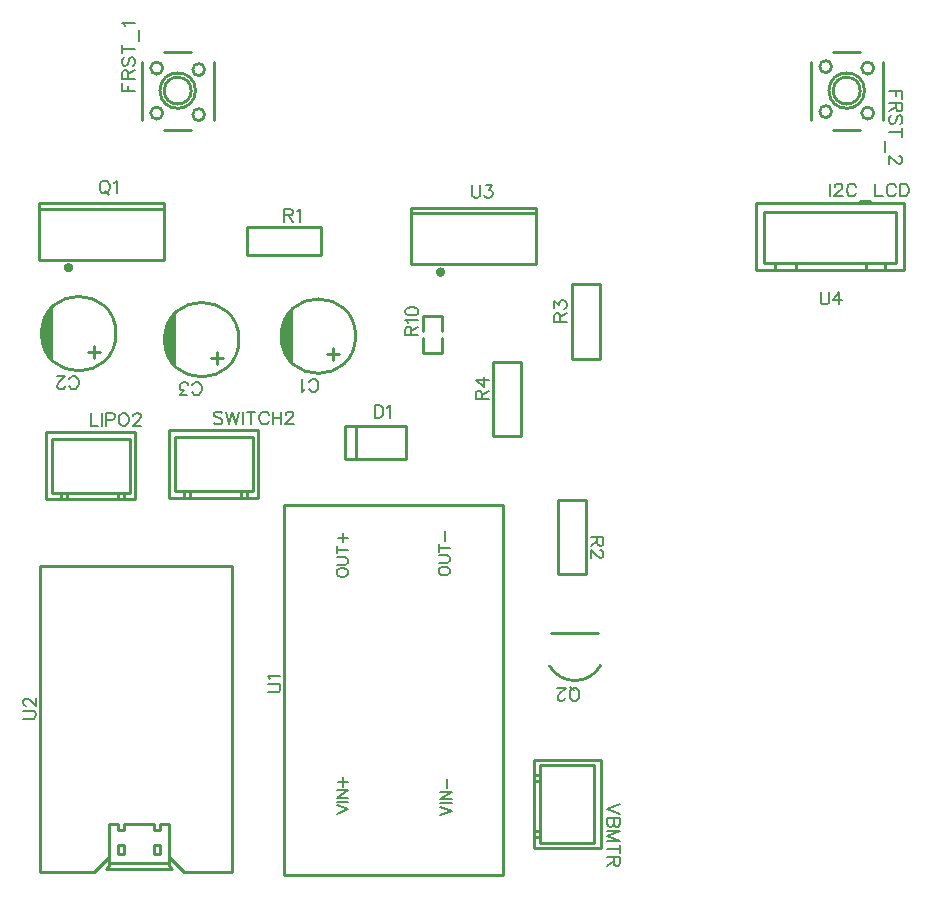
<source format=gto>
G04 Layer: TopSilkLayer*
G04 EasyEDA v6.4.7, 2021-02-21T20:01:47+05:30*
G04 e3d0b1098bfb4b77ab9dba27c3ae41cd,c102caab13844b3dbbbf78dac792161f,10*
G04 Gerber Generator version 0.2*
G04 Scale: 100 percent, Rotated: No, Reflected: No *
G04 Dimensions in inches *
G04 leading zeros omitted , absolute positions ,2 integer and 4 decimal *
%FSLAX24Y24*%
%MOIN*%
G90*
D02*

%ADD10C,0.010000*%
%ADD23C,0.015748*%
%ADD24C,0.006000*%
%ADD25C,0.008000*%

%LPD*%
G54D10*
G01X9800Y1100D02*
G01X9800Y13450D01*
G01X17100Y13450D01*
G01X17100Y1100D01*
G01X9800Y1100D01*
G01X25539Y23518D02*
G01X30460Y23518D01*
G01X30460Y23518D02*
G01X30460Y21274D01*
G01X30460Y21274D02*
G01X25539Y21274D01*
G01X25539Y21274D02*
G01X25539Y23518D01*
G01X25800Y23200D02*
G01X25800Y21500D01*
G01X30200Y21500D01*
G01X30200Y23200D01*
G01X25800Y23200D01*
G01X26168Y21500D02*
G01X26168Y21274D01*
G01X26848Y21500D02*
G01X26848Y21274D01*
G01X29178Y21500D02*
G01X29178Y21274D01*
G01X29818Y21500D02*
G01X29818Y21274D01*
G01X18709Y9155D02*
G01X20268Y9155D01*
G01X5973Y15921D02*
G01X8926Y15921D01*
G01X8926Y15921D02*
G01X8926Y13678D01*
G01X8926Y13678D02*
G01X5973Y13678D01*
G01X5973Y13678D02*
G01X5973Y15921D01*
G01X6150Y15700D02*
G01X6150Y13900D01*
G01X8750Y13900D01*
G01X8750Y15700D01*
G01X6150Y15700D01*
G01X6475Y13900D02*
G01X6475Y13678D01*
G01X6664Y13900D02*
G01X6664Y13678D01*
G01X8344Y13900D02*
G01X8344Y13678D01*
G01X8550Y13900D02*
G01X8550Y13678D01*
G01X1873Y15871D02*
G01X4826Y15871D01*
G01X4826Y15871D02*
G01X4826Y13628D01*
G01X4826Y13628D02*
G01X1873Y13628D01*
G01X1873Y13628D02*
G01X1873Y15871D01*
G01X2050Y15650D02*
G01X2050Y13850D01*
G01X4650Y13850D01*
G01X4650Y15650D01*
G01X2050Y15650D01*
G01X2375Y13850D02*
G01X2375Y13628D01*
G01X2564Y13850D02*
G01X2564Y13628D01*
G01X4244Y13850D02*
G01X4244Y13628D01*
G01X4450Y13850D02*
G01X4450Y13628D01*
G01X20361Y4941D02*
G01X20361Y1988D01*
G01X20361Y1988D02*
G01X18117Y1988D01*
G01X18117Y1988D02*
G01X18117Y4941D01*
G01X18117Y4941D02*
G01X20361Y4941D01*
G01X20139Y4764D02*
G01X18339Y4764D01*
G01X18339Y2164D01*
G01X20139Y2164D01*
G01X20139Y4764D01*
G01X18339Y4439D02*
G01X18117Y4439D01*
G01X18339Y4249D02*
G01X18117Y4249D01*
G01X18339Y2569D02*
G01X18117Y2569D01*
G01X18339Y2364D02*
G01X18117Y2364D01*
G01X5808Y28550D02*
G01X6691Y28550D01*
G01X5050Y26285D02*
G01X5050Y28214D01*
G01X5808Y25950D02*
G01X6691Y25950D01*
G01X7450Y26285D02*
G01X7450Y28214D01*
G01X28991Y25950D02*
G01X28108Y25950D01*
G01X29750Y28214D02*
G01X29750Y26285D01*
G01X28991Y28550D02*
G01X28108Y28550D01*
G01X27350Y28214D02*
G01X27350Y26285D01*
G01X18186Y23155D02*
G01X14013Y23155D01*
G01X14013Y23352D02*
G01X18186Y23352D01*
G01X18186Y21463D01*
G01X14013Y21463D01*
G01X14013Y23350D01*
G01X14013Y23352D01*
G01X14424Y18504D02*
G01X15054Y18504D01*
G01X15052Y19233D02*
G01X15052Y19725D01*
G01X14422Y19233D02*
G01X14422Y19725D01*
G01X15054Y18996D02*
G01X15054Y18504D01*
G01X14424Y18996D02*
G01X14424Y18504D01*
G01X14422Y19725D02*
G01X15052Y19725D01*
G01X5786Y23305D02*
G01X1613Y23305D01*
G01X1613Y23502D02*
G01X5786Y23502D01*
G01X5786Y21613D01*
G01X1613Y21613D01*
G01X1613Y23500D01*
G01X1613Y23502D01*
G01X8560Y21780D02*
G01X8560Y22719D01*
G01X8560Y22719D02*
G01X11039Y22719D01*
G01X11039Y22719D02*
G01X11039Y21780D01*
G01X11039Y21780D02*
G01X8560Y21780D01*
G01X18919Y13604D02*
G01X19859Y13604D01*
G01X19859Y13604D02*
G01X19859Y11124D01*
G01X19859Y11124D02*
G01X18919Y11124D01*
G01X18919Y11124D02*
G01X18919Y13604D01*
G01X17709Y15724D02*
G01X16769Y15724D01*
G01X16769Y15724D02*
G01X16769Y18204D01*
G01X16769Y18204D02*
G01X17709Y18204D01*
G01X17709Y18204D02*
G01X17709Y15724D01*
G01X20319Y18309D02*
G01X19380Y18309D01*
G01X19380Y18309D02*
G01X19380Y20790D01*
G01X19380Y20790D02*
G01X20319Y20790D01*
G01X20319Y20790D02*
G01X20319Y18309D01*
G01X11815Y16066D02*
G01X13862Y16066D01*
G01X13862Y16066D02*
G01X13862Y14963D01*
G01X11815Y14963D02*
G01X13862Y14963D01*
G01X11815Y16066D02*
G01X11815Y14963D01*
G01X12193Y16066D02*
G01X12193Y14963D01*
G01X3650Y18550D02*
G01X3250Y18550D01*
G01X3450Y18350D02*
G01X3450Y18750D01*
G01X7750Y18350D02*
G01X7350Y18350D01*
G01X7550Y18150D02*
G01X7550Y18550D01*
G01X11639Y18464D02*
G01X11239Y18464D01*
G01X11439Y18264D02*
G01X11439Y18664D01*
G01X1750Y11400D02*
G01X8050Y11400D01*
G01X8050Y1200D01*
G01X8050Y1300D01*
G01X1650Y11400D02*
G01X1650Y11400D01*
G01X1650Y1200D01*
G01X3450Y1200D01*
G01X3950Y1700D01*
G01X3950Y1400D01*
G01X3850Y1300D01*
G01X6050Y1300D01*
G01X5950Y1400D01*
G01X5950Y1700D01*
G01X6450Y1200D01*
G01X8050Y1200D01*
G01X8050Y11400D01*
G01X1650Y11400D01*
G01X3450Y1200D02*
G01X3950Y1700D01*
G01X3950Y1500D01*
G01X5950Y1500D01*
G01X5950Y1700D02*
G01X6450Y1200D01*
G01X3950Y1700D02*
G01X3950Y2800D01*
G01X4250Y2800D01*
G01X4250Y2600D01*
G01X4450Y2600D01*
G01X4450Y2800D01*
G01X5450Y2800D01*
G01X5450Y2600D01*
G01X5650Y2600D01*
G01X5650Y2800D01*
G01X5950Y2800D01*
G01X5950Y1400D01*
G01X6050Y1300D01*
G01X3850Y1300D01*
G01X3950Y1400D01*
G01X3950Y2800D01*
G01X4250Y1800D02*
G01X4250Y2100D01*
G01X4450Y2100D01*
G01X4450Y1800D01*
G01X4250Y1800D01*
G01X5450Y2100D02*
G01X5450Y1800D01*
G01X5650Y1800D01*
G01X5650Y2100D01*
G01X5450Y2100D01*
G54D24*
G01X9246Y7200D02*
G01X9552Y7200D01*
G01X9614Y7219D01*
G01X9655Y7260D01*
G01X9675Y7322D01*
G01X9675Y7364D01*
G01X9655Y7425D01*
G01X9614Y7465D01*
G01X9552Y7485D01*
G01X9246Y7485D01*
G01X9327Y7621D02*
G01X9306Y7661D01*
G01X9246Y7723D01*
G01X9675Y7723D01*
G54D25*
G01X11552Y3150D02*
G01X11928Y3293D01*
G01X11552Y3435D02*
G01X11928Y3293D01*
G01X11552Y3553D02*
G01X11928Y3553D01*
G01X11552Y3672D02*
G01X11928Y3672D01*
G01X11552Y3672D02*
G01X11928Y3922D01*
G01X11552Y3922D02*
G01X11928Y3922D01*
G01X11606Y4202D02*
G01X11928Y4202D01*
G01X11767Y4040D02*
G01X11767Y4363D01*
G01X15002Y3100D02*
G01X15378Y3243D01*
G01X15002Y3385D02*
G01X15378Y3243D01*
G01X15002Y3503D02*
G01X15378Y3503D01*
G01X15002Y3622D02*
G01X15378Y3622D01*
G01X15002Y3622D02*
G01X15378Y3872D01*
G01X15002Y3872D02*
G01X15378Y3872D01*
G01X15217Y3990D02*
G01X15217Y4313D01*
G01X11552Y11156D02*
G01X11571Y11122D01*
G01X11606Y11085D01*
G01X11642Y11068D01*
G01X11696Y11050D01*
G01X11785Y11050D01*
G01X11839Y11068D01*
G01X11875Y11085D01*
G01X11910Y11122D01*
G01X11928Y11156D01*
G01X11928Y11228D01*
G01X11910Y11264D01*
G01X11875Y11301D01*
G01X11839Y11318D01*
G01X11785Y11335D01*
G01X11696Y11335D01*
G01X11642Y11318D01*
G01X11606Y11301D01*
G01X11571Y11264D01*
G01X11552Y11228D01*
G01X11552Y11156D01*
G01X11552Y11453D02*
G01X11821Y11453D01*
G01X11875Y11472D01*
G01X11910Y11507D01*
G01X11928Y11561D01*
G01X11928Y11597D01*
G01X11910Y11651D01*
G01X11875Y11686D01*
G01X11821Y11705D01*
G01X11552Y11705D01*
G01X11552Y11947D02*
G01X11928Y11947D01*
G01X11552Y11822D02*
G01X11552Y12073D01*
G01X11606Y12353D02*
G01X11928Y12353D01*
G01X11767Y12192D02*
G01X11767Y12513D01*
G01X14952Y11206D02*
G01X14971Y11172D01*
G01X15006Y11135D01*
G01X15042Y11118D01*
G01X15096Y11100D01*
G01X15185Y11100D01*
G01X15239Y11118D01*
G01X15275Y11135D01*
G01X15310Y11172D01*
G01X15328Y11206D01*
G01X15328Y11278D01*
G01X15310Y11314D01*
G01X15275Y11351D01*
G01X15239Y11368D01*
G01X15185Y11385D01*
G01X15096Y11385D01*
G01X15042Y11368D01*
G01X15006Y11351D01*
G01X14971Y11314D01*
G01X14952Y11278D01*
G01X14952Y11206D01*
G01X14952Y11503D02*
G01X15221Y11503D01*
G01X15275Y11522D01*
G01X15310Y11557D01*
G01X15328Y11611D01*
G01X15328Y11647D01*
G01X15310Y11701D01*
G01X15275Y11736D01*
G01X15221Y11755D01*
G01X14952Y11755D01*
G01X14952Y11997D02*
G01X15328Y11997D01*
G01X14952Y11872D02*
G01X14952Y12123D01*
G01X15167Y12242D02*
G01X15167Y12563D01*
G54D24*
G01X28000Y24150D02*
G01X28000Y23721D01*
G01X28155Y24048D02*
G01X28155Y24068D01*
G01X28176Y24109D01*
G01X28196Y24130D01*
G01X28236Y24150D01*
G01X28318Y24150D01*
G01X28360Y24130D01*
G01X28380Y24109D01*
G01X28401Y24068D01*
G01X28401Y24027D01*
G01X28380Y23986D01*
G01X28339Y23925D01*
G01X28135Y23721D01*
G01X28421Y23721D01*
G01X28863Y24048D02*
G01X28843Y24089D01*
G01X28802Y24130D01*
G01X28760Y24150D01*
G01X28678Y24150D01*
G01X28638Y24130D01*
G01X28597Y24089D01*
G01X28577Y24048D01*
G01X28556Y23986D01*
G01X28556Y23884D01*
G01X28577Y23823D01*
G01X28597Y23782D01*
G01X28638Y23741D01*
G01X28678Y23721D01*
G01X28760Y23721D01*
G01X28802Y23741D01*
G01X28843Y23782D01*
G01X28863Y23823D01*
G01X28997Y23577D02*
G01X29365Y23577D01*
G01X29501Y24150D02*
G01X29501Y23721D01*
G01X29501Y23721D02*
G01X29747Y23721D01*
G01X30189Y24048D02*
G01X30168Y24089D01*
G01X30127Y24130D01*
G01X30085Y24150D01*
G01X30005Y24150D01*
G01X29964Y24130D01*
G01X29922Y24089D01*
G01X29902Y24048D01*
G01X29881Y23986D01*
G01X29881Y23884D01*
G01X29902Y23823D01*
G01X29922Y23782D01*
G01X29964Y23741D01*
G01X30005Y23721D01*
G01X30085Y23721D01*
G01X30127Y23741D01*
G01X30168Y23782D01*
G01X30189Y23823D01*
G01X30323Y24150D02*
G01X30323Y23721D01*
G01X30323Y24150D02*
G01X30467Y24150D01*
G01X30527Y24130D01*
G01X30568Y24089D01*
G01X30589Y24048D01*
G01X30610Y23986D01*
G01X30610Y23884D01*
G01X30589Y23823D01*
G01X30568Y23782D01*
G01X30527Y23741D01*
G01X30467Y23721D01*
G01X30323Y23721D01*
G01X19516Y6910D02*
G01X19557Y6930D01*
G01X19598Y6971D01*
G01X19619Y7012D01*
G01X19639Y7074D01*
G01X19639Y7176D01*
G01X19619Y7237D01*
G01X19598Y7278D01*
G01X19557Y7319D01*
G01X19516Y7339D01*
G01X19434Y7339D01*
G01X19394Y7319D01*
G01X19353Y7278D01*
G01X19332Y7237D01*
G01X19312Y7176D01*
G01X19312Y7074D01*
G01X19332Y7012D01*
G01X19353Y6971D01*
G01X19394Y6930D01*
G01X19434Y6910D01*
G01X19516Y6910D01*
G01X19455Y7258D02*
G01X19332Y7380D01*
G01X19156Y7012D02*
G01X19156Y6992D01*
G01X19136Y6951D01*
G01X19115Y6930D01*
G01X19074Y6910D01*
G01X18993Y6910D01*
G01X18952Y6930D01*
G01X18931Y6951D01*
G01X18911Y6992D01*
G01X18911Y7033D01*
G01X18931Y7074D01*
G01X18972Y7135D01*
G01X19177Y7339D01*
G01X18890Y7339D01*
G01X7735Y16492D02*
G01X7694Y16534D01*
G01X7634Y16553D01*
G01X7552Y16553D01*
G01X7490Y16534D01*
G01X7450Y16492D01*
G01X7450Y16452D01*
G01X7469Y16411D01*
G01X7490Y16390D01*
G01X7531Y16369D01*
G01X7655Y16328D01*
G01X7694Y16309D01*
G01X7715Y16288D01*
G01X7735Y16246D01*
G01X7735Y16186D01*
G01X7694Y16144D01*
G01X7634Y16125D01*
G01X7552Y16125D01*
G01X7490Y16144D01*
G01X7450Y16186D01*
G01X7871Y16553D02*
G01X7973Y16125D01*
G01X8076Y16553D02*
G01X7973Y16125D01*
G01X8076Y16553D02*
G01X8177Y16125D01*
G01X8280Y16553D02*
G01X8177Y16125D01*
G01X8414Y16553D02*
G01X8414Y16125D01*
G01X8693Y16553D02*
G01X8693Y16125D01*
G01X8550Y16553D02*
G01X8836Y16553D01*
G01X9278Y16452D02*
G01X9257Y16492D01*
G01X9217Y16534D01*
G01X9176Y16553D01*
G01X9094Y16553D01*
G01X9053Y16534D01*
G01X9013Y16492D01*
G01X8992Y16452D01*
G01X8972Y16390D01*
G01X8972Y16288D01*
G01X8992Y16226D01*
G01X9013Y16186D01*
G01X9053Y16144D01*
G01X9094Y16125D01*
G01X9176Y16125D01*
G01X9217Y16144D01*
G01X9257Y16186D01*
G01X9278Y16226D01*
G01X9414Y16553D02*
G01X9414Y16125D01*
G01X9700Y16553D02*
G01X9700Y16125D01*
G01X9414Y16350D02*
G01X9700Y16350D01*
G01X9855Y16452D02*
G01X9855Y16471D01*
G01X9876Y16513D01*
G01X9896Y16534D01*
G01X9936Y16553D01*
G01X10018Y16553D01*
G01X10060Y16534D01*
G01X10080Y16513D01*
G01X10101Y16471D01*
G01X10101Y16430D01*
G01X10080Y16390D01*
G01X10039Y16328D01*
G01X9835Y16125D01*
G01X10121Y16125D01*
G01X3350Y16503D02*
G01X3350Y16075D01*
G01X3350Y16075D02*
G01X3594Y16075D01*
G01X3730Y16503D02*
G01X3730Y16075D01*
G01X3864Y16503D02*
G01X3864Y16075D01*
G01X3864Y16503D02*
G01X4050Y16503D01*
G01X4110Y16484D01*
G01X4131Y16463D01*
G01X4152Y16421D01*
G01X4152Y16361D01*
G01X4131Y16319D01*
G01X4110Y16300D01*
G01X4050Y16278D01*
G01X3864Y16278D01*
G01X4410Y16503D02*
G01X4368Y16484D01*
G01X4327Y16442D01*
G01X4306Y16402D01*
G01X4286Y16340D01*
G01X4286Y16238D01*
G01X4306Y16176D01*
G01X4327Y16136D01*
G01X4368Y16094D01*
G01X4410Y16075D01*
G01X4490Y16075D01*
G01X4531Y16094D01*
G01X4572Y16136D01*
G01X4593Y16176D01*
G01X4614Y16238D01*
G01X4614Y16340D01*
G01X4593Y16402D01*
G01X4572Y16442D01*
G01X4531Y16484D01*
G01X4490Y16503D01*
G01X4410Y16503D01*
G01X4769Y16402D02*
G01X4769Y16421D01*
G01X4789Y16463D01*
G01X4810Y16484D01*
G01X4851Y16503D01*
G01X4932Y16503D01*
G01X4973Y16484D01*
G01X4994Y16463D01*
G01X5014Y16421D01*
G01X5014Y16380D01*
G01X4994Y16340D01*
G01X4953Y16278D01*
G01X4748Y16075D01*
G01X5035Y16075D01*
G01X20993Y3464D02*
G01X20564Y3300D01*
G01X20993Y3137D02*
G01X20564Y3300D01*
G01X20993Y3002D02*
G01X20564Y3002D01*
G01X20993Y3002D02*
G01X20993Y2818D01*
G01X20973Y2756D01*
G01X20952Y2736D01*
G01X20911Y2715D01*
G01X20870Y2715D01*
G01X20829Y2736D01*
G01X20809Y2756D01*
G01X20789Y2818D01*
G01X20789Y3002D02*
G01X20789Y2818D01*
G01X20768Y2756D01*
G01X20748Y2736D01*
G01X20707Y2715D01*
G01X20645Y2715D01*
G01X20604Y2736D01*
G01X20584Y2756D01*
G01X20564Y2818D01*
G01X20564Y3002D01*
G01X20993Y2580D02*
G01X20564Y2580D01*
G01X20993Y2580D02*
G01X20564Y2417D01*
G01X20993Y2253D02*
G01X20564Y2417D01*
G01X20993Y2253D02*
G01X20564Y2253D01*
G01X20993Y1975D02*
G01X20564Y1975D01*
G01X20993Y2118D02*
G01X20993Y1832D01*
G01X20993Y1697D02*
G01X20564Y1697D01*
G01X20993Y1697D02*
G01X20993Y1513D01*
G01X20973Y1451D01*
G01X20952Y1431D01*
G01X20911Y1410D01*
G01X20870Y1410D01*
G01X20829Y1431D01*
G01X20809Y1451D01*
G01X20789Y1513D01*
G01X20789Y1697D01*
G01X20789Y1554D02*
G01X20564Y1410D01*
G01X4396Y27250D02*
G01X4825Y27250D01*
G01X4396Y27250D02*
G01X4396Y27515D01*
G01X4600Y27250D02*
G01X4600Y27413D01*
G01X4396Y27651D02*
G01X4825Y27651D01*
G01X4396Y27651D02*
G01X4396Y27834D01*
G01X4415Y27896D01*
G01X4436Y27917D01*
G01X4477Y27936D01*
G01X4518Y27936D01*
G01X4560Y27917D01*
G01X4580Y27896D01*
G01X4600Y27834D01*
G01X4600Y27651D01*
G01X4600Y27794D02*
G01X4825Y27936D01*
G01X4456Y28359D02*
G01X4415Y28317D01*
G01X4396Y28255D01*
G01X4396Y28175D01*
G01X4415Y28113D01*
G01X4456Y28071D01*
G01X4497Y28071D01*
G01X4539Y28092D01*
G01X4560Y28113D01*
G01X4580Y28153D01*
G01X4621Y28277D01*
G01X4640Y28317D01*
G01X4661Y28338D01*
G01X4702Y28359D01*
G01X4764Y28359D01*
G01X4805Y28317D01*
G01X4825Y28255D01*
G01X4825Y28175D01*
G01X4805Y28113D01*
G01X4764Y28071D01*
G01X4396Y28636D02*
G01X4825Y28636D01*
G01X4396Y28494D02*
G01X4396Y28780D01*
G01X4968Y28915D02*
G01X4968Y29282D01*
G01X4477Y29417D02*
G01X4456Y29459D01*
G01X4396Y29519D01*
G01X4825Y29519D01*
G01X30403Y27250D02*
G01X29975Y27250D01*
G01X30403Y27250D02*
G01X30403Y26984D01*
G01X30200Y27250D02*
G01X30200Y27086D01*
G01X30403Y26848D02*
G01X29975Y26848D01*
G01X30403Y26848D02*
G01X30403Y26665D01*
G01X30384Y26603D01*
G01X30363Y26582D01*
G01X30322Y26563D01*
G01X30281Y26563D01*
G01X30239Y26582D01*
G01X30219Y26603D01*
G01X30200Y26665D01*
G01X30200Y26848D01*
G01X30200Y26705D02*
G01X29975Y26563D01*
G01X30343Y26140D02*
G01X30384Y26182D01*
G01X30403Y26244D01*
G01X30403Y26325D01*
G01X30384Y26386D01*
G01X30343Y26428D01*
G01X30302Y26428D01*
G01X30260Y26407D01*
G01X30239Y26386D01*
G01X30219Y26346D01*
G01X30178Y26223D01*
G01X30159Y26182D01*
G01X30138Y26161D01*
G01X30097Y26140D01*
G01X30035Y26140D01*
G01X29994Y26182D01*
G01X29975Y26244D01*
G01X29975Y26325D01*
G01X29994Y26386D01*
G01X30035Y26428D01*
G01X30403Y25863D02*
G01X29975Y25863D01*
G01X30403Y26005D02*
G01X30403Y25719D01*
G01X29831Y25584D02*
G01X29831Y25217D01*
G01X30302Y25061D02*
G01X30322Y25061D01*
G01X30363Y25040D01*
G01X30384Y25019D01*
G01X30403Y24980D01*
G01X30403Y24898D01*
G01X30384Y24857D01*
G01X30363Y24836D01*
G01X30322Y24815D01*
G01X30281Y24815D01*
G01X30239Y24836D01*
G01X30178Y24877D01*
G01X29975Y25082D01*
G01X29975Y24794D01*
G01X27678Y20553D02*
G01X27678Y20246D01*
G01X27698Y20186D01*
G01X27739Y20144D01*
G01X27801Y20125D01*
G01X27842Y20125D01*
G01X27903Y20144D01*
G01X27944Y20186D01*
G01X27964Y20246D01*
G01X27964Y20553D01*
G01X28304Y20553D02*
G01X28099Y20267D01*
G01X28406Y20267D01*
G01X28304Y20553D02*
G01X28304Y20125D01*
G01X16050Y24103D02*
G01X16050Y23796D01*
G01X16069Y23736D01*
G01X16110Y23694D01*
G01X16172Y23675D01*
G01X16214Y23675D01*
G01X16275Y23694D01*
G01X16315Y23736D01*
G01X16335Y23796D01*
G01X16335Y24103D01*
G01X16511Y24103D02*
G01X16736Y24103D01*
G01X16614Y23940D01*
G01X16676Y23940D01*
G01X16717Y23919D01*
G01X16736Y23900D01*
G01X16757Y23838D01*
G01X16757Y23796D01*
G01X16736Y23736D01*
G01X16696Y23694D01*
G01X16635Y23675D01*
G01X16573Y23675D01*
G01X16511Y23694D01*
G01X16492Y23715D01*
G01X16471Y23755D01*
G01X13835Y19095D02*
G01X14264Y19095D01*
G01X13835Y19095D02*
G01X13835Y19279D01*
G01X13855Y19340D01*
G01X13876Y19361D01*
G01X13917Y19381D01*
G01X13958Y19381D01*
G01X13999Y19361D01*
G01X14019Y19340D01*
G01X14039Y19279D01*
G01X14039Y19095D01*
G01X14039Y19238D02*
G01X14264Y19381D01*
G01X13917Y19516D02*
G01X13896Y19557D01*
G01X13835Y19619D01*
G01X14264Y19619D01*
G01X13835Y19876D02*
G01X13855Y19815D01*
G01X13917Y19774D01*
G01X14019Y19754D01*
G01X14080Y19754D01*
G01X14183Y19774D01*
G01X14244Y19815D01*
G01X14264Y19876D01*
G01X14264Y19917D01*
G01X14244Y19979D01*
G01X14183Y20020D01*
G01X14080Y20040D01*
G01X14019Y20040D01*
G01X13917Y20020D01*
G01X13855Y19979D01*
G01X13835Y19917D01*
G01X13835Y19876D01*
G01X3772Y24253D02*
G01X3731Y24234D01*
G01X3690Y24192D01*
G01X3669Y24152D01*
G01X3650Y24090D01*
G01X3650Y23988D01*
G01X3669Y23927D01*
G01X3690Y23886D01*
G01X3731Y23844D01*
G01X3772Y23825D01*
G01X3855Y23825D01*
G01X3894Y23844D01*
G01X3935Y23886D01*
G01X3956Y23927D01*
G01X3977Y23988D01*
G01X3977Y24090D01*
G01X3956Y24152D01*
G01X3935Y24192D01*
G01X3894Y24234D01*
G01X3855Y24253D01*
G01X3772Y24253D01*
G01X3834Y23905D02*
G01X3956Y23784D01*
G01X4111Y24171D02*
G01X4152Y24192D01*
G01X4214Y24253D01*
G01X4214Y23825D01*
G01X9800Y23303D02*
G01X9800Y22875D01*
G01X9800Y23303D02*
G01X9984Y23303D01*
G01X10044Y23284D01*
G01X10065Y23263D01*
G01X10085Y23221D01*
G01X10085Y23180D01*
G01X10065Y23140D01*
G01X10044Y23119D01*
G01X9984Y23100D01*
G01X9800Y23100D01*
G01X9943Y23100D02*
G01X10085Y22875D01*
G01X10221Y23221D02*
G01X10261Y23242D01*
G01X10323Y23303D01*
G01X10323Y22875D01*
G01X20443Y12364D02*
G01X20014Y12364D01*
G01X20443Y12364D02*
G01X20443Y12180D01*
G01X20423Y12119D01*
G01X20402Y12098D01*
G01X20361Y12078D01*
G01X20320Y12078D01*
G01X20279Y12098D01*
G01X20259Y12119D01*
G01X20239Y12180D01*
G01X20239Y12364D01*
G01X20239Y12221D02*
G01X20014Y12078D01*
G01X20341Y11922D02*
G01X20361Y11922D01*
G01X20402Y11902D01*
G01X20423Y11881D01*
G01X20443Y11840D01*
G01X20443Y11759D01*
G01X20423Y11718D01*
G01X20402Y11697D01*
G01X20361Y11677D01*
G01X20320Y11677D01*
G01X20279Y11697D01*
G01X20218Y11738D01*
G01X20014Y11943D01*
G01X20014Y11656D01*
G01X16185Y16964D02*
G01X16614Y16964D01*
G01X16185Y16964D02*
G01X16185Y17148D01*
G01X16205Y17209D01*
G01X16226Y17230D01*
G01X16267Y17250D01*
G01X16308Y17250D01*
G01X16349Y17230D01*
G01X16369Y17209D01*
G01X16389Y17148D01*
G01X16389Y16964D01*
G01X16389Y17107D02*
G01X16614Y17250D01*
G01X16185Y17590D02*
G01X16471Y17385D01*
G01X16471Y17692D01*
G01X16185Y17590D02*
G01X16614Y17590D01*
G01X18796Y19550D02*
G01X19225Y19550D01*
G01X18796Y19550D02*
G01X18796Y19734D01*
G01X18815Y19794D01*
G01X18836Y19815D01*
G01X18877Y19836D01*
G01X18918Y19836D01*
G01X18960Y19815D01*
G01X18980Y19794D01*
G01X19000Y19734D01*
G01X19000Y19550D01*
G01X19000Y19692D02*
G01X19225Y19836D01*
G01X18796Y20011D02*
G01X18796Y20236D01*
G01X18960Y20115D01*
G01X18960Y20176D01*
G01X18980Y20217D01*
G01X19000Y20236D01*
G01X19061Y20257D01*
G01X19102Y20257D01*
G01X19164Y20236D01*
G01X19205Y20196D01*
G01X19225Y20134D01*
G01X19225Y20073D01*
G01X19205Y20011D01*
G01X19185Y19992D01*
G01X19143Y19971D01*
G01X12814Y16768D02*
G01X12814Y16339D01*
G01X12814Y16768D02*
G01X12957Y16768D01*
G01X13019Y16748D01*
G01X13059Y16707D01*
G01X13080Y16666D01*
G01X13100Y16604D01*
G01X13100Y16502D01*
G01X13080Y16441D01*
G01X13059Y16400D01*
G01X13019Y16359D01*
G01X12957Y16339D01*
G01X12814Y16339D01*
G01X13235Y16686D02*
G01X13276Y16707D01*
G01X13338Y16768D01*
G01X13338Y16339D01*
G01X2643Y17398D02*
G01X2664Y17357D01*
G01X2705Y17315D01*
G01X2744Y17296D01*
G01X2827Y17296D01*
G01X2868Y17315D01*
G01X2909Y17357D01*
G01X2930Y17398D01*
G01X2950Y17459D01*
G01X2950Y17561D01*
G01X2930Y17623D01*
G01X2909Y17663D01*
G01X2868Y17705D01*
G01X2827Y17725D01*
G01X2744Y17725D01*
G01X2705Y17705D01*
G01X2664Y17663D01*
G01X2643Y17623D01*
G01X2488Y17398D02*
G01X2488Y17378D01*
G01X2467Y17336D01*
G01X2447Y17315D01*
G01X2406Y17296D01*
G01X2323Y17296D01*
G01X2282Y17315D01*
G01X2263Y17336D01*
G01X2242Y17378D01*
G01X2242Y17419D01*
G01X2263Y17459D01*
G01X2303Y17521D01*
G01X2507Y17725D01*
G01X2222Y17725D01*
G01X6743Y17198D02*
G01X6764Y17157D01*
G01X6805Y17115D01*
G01X6844Y17096D01*
G01X6927Y17096D01*
G01X6968Y17115D01*
G01X7009Y17157D01*
G01X7030Y17198D01*
G01X7050Y17259D01*
G01X7050Y17361D01*
G01X7030Y17423D01*
G01X7009Y17463D01*
G01X6968Y17505D01*
G01X6927Y17525D01*
G01X6844Y17525D01*
G01X6805Y17505D01*
G01X6764Y17463D01*
G01X6743Y17423D01*
G01X6567Y17096D02*
G01X6342Y17096D01*
G01X6464Y17259D01*
G01X6403Y17259D01*
G01X6363Y17280D01*
G01X6342Y17300D01*
G01X6322Y17361D01*
G01X6322Y17403D01*
G01X6342Y17463D01*
G01X6382Y17505D01*
G01X6444Y17525D01*
G01X6506Y17525D01*
G01X6567Y17505D01*
G01X6588Y17484D01*
G01X6607Y17444D01*
G01X10632Y17312D02*
G01X10653Y17271D01*
G01X10694Y17230D01*
G01X10734Y17210D01*
G01X10816Y17210D01*
G01X10857Y17230D01*
G01X10898Y17271D01*
G01X10919Y17312D01*
G01X10939Y17374D01*
G01X10939Y17476D01*
G01X10919Y17537D01*
G01X10898Y17578D01*
G01X10857Y17619D01*
G01X10816Y17639D01*
G01X10734Y17639D01*
G01X10694Y17619D01*
G01X10653Y17578D01*
G01X10632Y17537D01*
G01X10497Y17292D02*
G01X10456Y17271D01*
G01X10395Y17210D01*
G01X10395Y17639D01*
G01X1096Y6300D02*
G01X1402Y6300D01*
G01X1464Y6319D01*
G01X1505Y6360D01*
G01X1525Y6422D01*
G01X1525Y6464D01*
G01X1505Y6525D01*
G01X1464Y6565D01*
G01X1402Y6585D01*
G01X1096Y6585D01*
G01X1197Y6742D02*
G01X1177Y6742D01*
G01X1136Y6761D01*
G01X1115Y6782D01*
G01X1096Y6823D01*
G01X1096Y6905D01*
G01X1115Y6946D01*
G01X1136Y6967D01*
G01X1177Y6986D01*
G01X1218Y6986D01*
G01X1260Y6967D01*
G01X1321Y6926D01*
G01X1525Y6721D01*
G01X1525Y7007D01*
G54D10*
G75*
G01X18645Y8069D02*
G03X20344Y8088I844J496D01*
G01*
G54D23*
G75*
G01X15010Y21280D02*
G03X15011Y21280I0J-79D01*
G01*
G75*
G01X2610Y21430D02*
G03X2611Y21430I0J-79D01*
G01*
G54D10*
G75*
G01X5750Y26500D02*
G03X5750Y26500I-200J0D01*
G01*
G75*
G01X7150Y26450D02*
G03X7150Y26450I-200J0D01*
G01*
G75*
G01X5750Y28000D02*
G03X5750Y28000I-200J0D01*
G01*
G75*
G01X7150Y27950D02*
G03X7150Y27950I-200J0D01*
G01*
G75*
G01X6700Y27250D02*
G03X6700Y27250I-450J0D01*
G01*
G75*
G01X6841Y27250D02*
G03X6841Y27250I-591J0D01*
G01*
G75*
G01X29450Y28000D02*
G03X29450Y28000I-200J0D01*
G01*
G75*
G01X28050Y28050D02*
G03X28050Y28050I-200J0D01*
G01*
G75*
G01X29450Y26500D02*
G03X29450Y26500I-200J0D01*
G01*
G75*
G01X28050Y26550D02*
G03X28050Y26550I-200J0D01*
G01*
G75*
G01X29000Y27250D02*
G03X29000Y27250I-450J0D01*
G01*
G75*
G01X29141Y27250D02*
G03X29141Y27250I-591J0D01*
G01*
G75*
G01X4190Y19150D02*
G03X4190Y19150I-1240J0D01*
G01*
G75*
G01X8290Y18950D02*
G03X8290Y18950I-1240J0D01*
G01*
G75*
G01X12179Y19065D02*
G03X12179Y19065I-1240J0D01*
G01*

%LPD*%
G36*
G01X2100Y18250D02*
G01X2100Y20050D01*
G01X2077Y20028D01*
G01X2054Y20007D01*
G01X2033Y19984D01*
G01X2011Y19961D01*
G01X1991Y19938D01*
G01X1971Y19914D01*
G01X1951Y19889D01*
G01X1915Y19839D01*
G01X1897Y19813D01*
G01X1880Y19787D01*
G01X1864Y19760D01*
G01X1849Y19733D01*
G01X1834Y19705D01*
G01X1820Y19677D01*
G01X1807Y19649D01*
G01X1795Y19620D01*
G01X1783Y19592D01*
G01X1772Y19562D01*
G01X1762Y19533D01*
G01X1752Y19503D01*
G01X1728Y19413D01*
G01X1716Y19351D01*
G01X1712Y19321D01*
G01X1704Y19259D01*
G01X1702Y19227D01*
G01X1700Y19196D01*
G01X1700Y19103D01*
G01X1702Y19072D01*
G01X1704Y19040D01*
G01X1712Y18978D01*
G01X1716Y18948D01*
G01X1728Y18886D01*
G01X1752Y18796D01*
G01X1762Y18766D01*
G01X1772Y18737D01*
G01X1783Y18707D01*
G01X1795Y18679D01*
G01X1807Y18650D01*
G01X1820Y18622D01*
G01X1834Y18594D01*
G01X1849Y18566D01*
G01X1864Y18539D01*
G01X1880Y18512D01*
G01X1897Y18486D01*
G01X1915Y18460D01*
G01X1951Y18410D01*
G01X1971Y18385D01*
G01X1991Y18361D01*
G01X2011Y18338D01*
G01X2033Y18315D01*
G01X2054Y18292D01*
G01X2100Y18250D01*
G37*

%LPD*%
G36*
G01X6200Y18050D02*
G01X6200Y19850D01*
G01X6177Y19828D01*
G01X6154Y19807D01*
G01X6133Y19784D01*
G01X6111Y19761D01*
G01X6091Y19738D01*
G01X6071Y19714D01*
G01X6051Y19689D01*
G01X6015Y19639D01*
G01X5997Y19613D01*
G01X5980Y19587D01*
G01X5964Y19560D01*
G01X5949Y19533D01*
G01X5934Y19505D01*
G01X5920Y19477D01*
G01X5907Y19449D01*
G01X5895Y19420D01*
G01X5883Y19392D01*
G01X5872Y19362D01*
G01X5862Y19333D01*
G01X5852Y19303D01*
G01X5828Y19213D01*
G01X5816Y19151D01*
G01X5812Y19121D01*
G01X5804Y19059D01*
G01X5802Y19027D01*
G01X5800Y18996D01*
G01X5800Y18903D01*
G01X5802Y18872D01*
G01X5804Y18840D01*
G01X5812Y18778D01*
G01X5816Y18748D01*
G01X5828Y18686D01*
G01X5852Y18596D01*
G01X5862Y18566D01*
G01X5872Y18537D01*
G01X5883Y18507D01*
G01X5895Y18479D01*
G01X5907Y18450D01*
G01X5920Y18422D01*
G01X5934Y18394D01*
G01X5949Y18366D01*
G01X5964Y18339D01*
G01X5980Y18312D01*
G01X5997Y18286D01*
G01X6015Y18260D01*
G01X6051Y18210D01*
G01X6071Y18185D01*
G01X6091Y18161D01*
G01X6111Y18138D01*
G01X6133Y18115D01*
G01X6154Y18092D01*
G01X6200Y18050D01*
G37*

%LPD*%
G36*
G01X10089Y18164D02*
G01X10089Y19964D01*
G01X10066Y19943D01*
G01X10043Y19921D01*
G01X10022Y19899D01*
G01X10000Y19876D01*
G01X9980Y19853D01*
G01X9960Y19829D01*
G01X9922Y19779D01*
G01X9904Y19754D01*
G01X9886Y19728D01*
G01X9870Y19702D01*
G01X9838Y19648D01*
G01X9823Y19620D01*
G01X9810Y19592D01*
G01X9796Y19564D01*
G01X9772Y19506D01*
G01X9761Y19477D01*
G01X9751Y19448D01*
G01X9741Y19418D01*
G01X9725Y19358D01*
G01X9718Y19327D01*
G01X9711Y19297D01*
G01X9701Y19235D01*
G01X9697Y19204D01*
G01X9691Y19142D01*
G01X9689Y19080D01*
G01X9689Y19049D01*
G01X9690Y19018D01*
G01X9691Y18986D01*
G01X9697Y18924D01*
G01X9701Y18893D01*
G01X9706Y18862D01*
G01X9711Y18832D01*
G01X9718Y18801D01*
G01X9725Y18771D01*
G01X9741Y18711D01*
G01X9761Y18651D01*
G01X9772Y18622D01*
G01X9784Y18593D01*
G01X9796Y18565D01*
G01X9810Y18537D01*
G01X9823Y18509D01*
G01X9838Y18481D01*
G01X9870Y18427D01*
G01X9886Y18401D01*
G01X9922Y18349D01*
G01X9941Y18324D01*
G01X9960Y18300D01*
G01X9980Y18276D01*
G01X10000Y18253D01*
G01X10022Y18230D01*
G01X10043Y18207D01*
G01X10066Y18186D01*
G01X10089Y18164D01*
G37*
M00*
M02*

</source>
